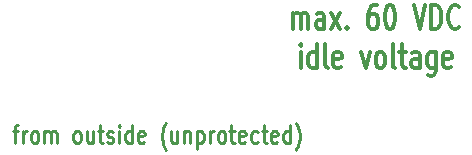
<source format=gto>
G04 #@! TF.GenerationSoftware,KiCad,Pcbnew,5.1.5-1.fc31*
G04 #@! TF.CreationDate,2020-04-27T22:00:39+02:00*
G04 #@! TF.ProjectId,vdsl-surge-protection-copy,7664736c-2d73-4757-9267-652d70726f74,rev?*
G04 #@! TF.SameCoordinates,Original*
G04 #@! TF.FileFunction,Legend,Top*
G04 #@! TF.FilePolarity,Positive*
%FSLAX46Y46*%
G04 Gerber Fmt 4.6, Leading zero omitted, Abs format (unit mm)*
G04 Created by KiCad (PCBNEW 5.1.5-1.fc31) date 2020-04-27 22:00:39*
%MOMM*%
%LPD*%
G04 APERTURE LIST*
%ADD10C,0.300000*%
%ADD11C,0.250000*%
G04 APERTURE END LIST*
D10*
X211500000Y-75254761D02*
X211500000Y-73921428D01*
X211500000Y-74111904D02*
X211571428Y-74016666D01*
X211714285Y-73921428D01*
X211928571Y-73921428D01*
X212071428Y-74016666D01*
X212142857Y-74207142D01*
X212142857Y-75254761D01*
X212142857Y-74207142D02*
X212214285Y-74016666D01*
X212357142Y-73921428D01*
X212571428Y-73921428D01*
X212714285Y-74016666D01*
X212785714Y-74207142D01*
X212785714Y-75254761D01*
X214142857Y-75254761D02*
X214142857Y-74207142D01*
X214071428Y-74016666D01*
X213928571Y-73921428D01*
X213642857Y-73921428D01*
X213500000Y-74016666D01*
X214142857Y-75159523D02*
X214000000Y-75254761D01*
X213642857Y-75254761D01*
X213500000Y-75159523D01*
X213428571Y-74969047D01*
X213428571Y-74778571D01*
X213500000Y-74588095D01*
X213642857Y-74492857D01*
X214000000Y-74492857D01*
X214142857Y-74397619D01*
X214714285Y-75254761D02*
X215500000Y-73921428D01*
X214714285Y-73921428D02*
X215500000Y-75254761D01*
X216071428Y-75064285D02*
X216142857Y-75159523D01*
X216071428Y-75254761D01*
X216000000Y-75159523D01*
X216071428Y-75064285D01*
X216071428Y-75254761D01*
X218571428Y-73254761D02*
X218285714Y-73254761D01*
X218142857Y-73350000D01*
X218071428Y-73445238D01*
X217928571Y-73730952D01*
X217857142Y-74111904D01*
X217857142Y-74873809D01*
X217928571Y-75064285D01*
X218000000Y-75159523D01*
X218142857Y-75254761D01*
X218428571Y-75254761D01*
X218571428Y-75159523D01*
X218642857Y-75064285D01*
X218714285Y-74873809D01*
X218714285Y-74397619D01*
X218642857Y-74207142D01*
X218571428Y-74111904D01*
X218428571Y-74016666D01*
X218142857Y-74016666D01*
X218000000Y-74111904D01*
X217928571Y-74207142D01*
X217857142Y-74397619D01*
X219642857Y-73254761D02*
X219785714Y-73254761D01*
X219928571Y-73350000D01*
X220000000Y-73445238D01*
X220071428Y-73635714D01*
X220142857Y-74016666D01*
X220142857Y-74492857D01*
X220071428Y-74873809D01*
X220000000Y-75064285D01*
X219928571Y-75159523D01*
X219785714Y-75254761D01*
X219642857Y-75254761D01*
X219500000Y-75159523D01*
X219428571Y-75064285D01*
X219357142Y-74873809D01*
X219285714Y-74492857D01*
X219285714Y-74016666D01*
X219357142Y-73635714D01*
X219428571Y-73445238D01*
X219500000Y-73350000D01*
X219642857Y-73254761D01*
X221714285Y-73254761D02*
X222214285Y-75254761D01*
X222714285Y-73254761D01*
X223214285Y-75254761D02*
X223214285Y-73254761D01*
X223571428Y-73254761D01*
X223785714Y-73350000D01*
X223928571Y-73540476D01*
X224000000Y-73730952D01*
X224071428Y-74111904D01*
X224071428Y-74397619D01*
X224000000Y-74778571D01*
X223928571Y-74969047D01*
X223785714Y-75159523D01*
X223571428Y-75254761D01*
X223214285Y-75254761D01*
X225571428Y-75064285D02*
X225500000Y-75159523D01*
X225285714Y-75254761D01*
X225142857Y-75254761D01*
X224928571Y-75159523D01*
X224785714Y-74969047D01*
X224714285Y-74778571D01*
X224642857Y-74397619D01*
X224642857Y-74111904D01*
X224714285Y-73730952D01*
X224785714Y-73540476D01*
X224928571Y-73350000D01*
X225142857Y-73254761D01*
X225285714Y-73254761D01*
X225500000Y-73350000D01*
X225571428Y-73445238D01*
X212142857Y-78554761D02*
X212142857Y-77221428D01*
X212142857Y-76554761D02*
X212071428Y-76650000D01*
X212142857Y-76745238D01*
X212214285Y-76650000D01*
X212142857Y-76554761D01*
X212142857Y-76745238D01*
X213500000Y-78554761D02*
X213500000Y-76554761D01*
X213500000Y-78459523D02*
X213357142Y-78554761D01*
X213071428Y-78554761D01*
X212928571Y-78459523D01*
X212857142Y-78364285D01*
X212785714Y-78173809D01*
X212785714Y-77602380D01*
X212857142Y-77411904D01*
X212928571Y-77316666D01*
X213071428Y-77221428D01*
X213357142Y-77221428D01*
X213500000Y-77316666D01*
X214428571Y-78554761D02*
X214285714Y-78459523D01*
X214214285Y-78269047D01*
X214214285Y-76554761D01*
X215571428Y-78459523D02*
X215428571Y-78554761D01*
X215142857Y-78554761D01*
X215000000Y-78459523D01*
X214928571Y-78269047D01*
X214928571Y-77507142D01*
X215000000Y-77316666D01*
X215142857Y-77221428D01*
X215428571Y-77221428D01*
X215571428Y-77316666D01*
X215642857Y-77507142D01*
X215642857Y-77697619D01*
X214928571Y-77888095D01*
X217285714Y-77221428D02*
X217642857Y-78554761D01*
X218000000Y-77221428D01*
X218785714Y-78554761D02*
X218642857Y-78459523D01*
X218571428Y-78364285D01*
X218500000Y-78173809D01*
X218500000Y-77602380D01*
X218571428Y-77411904D01*
X218642857Y-77316666D01*
X218785714Y-77221428D01*
X219000000Y-77221428D01*
X219142857Y-77316666D01*
X219214285Y-77411904D01*
X219285714Y-77602380D01*
X219285714Y-78173809D01*
X219214285Y-78364285D01*
X219142857Y-78459523D01*
X219000000Y-78554761D01*
X218785714Y-78554761D01*
X220142857Y-78554761D02*
X220000000Y-78459523D01*
X219928571Y-78269047D01*
X219928571Y-76554761D01*
X220500000Y-77221428D02*
X221071428Y-77221428D01*
X220714285Y-76554761D02*
X220714285Y-78269047D01*
X220785714Y-78459523D01*
X220928571Y-78554761D01*
X221071428Y-78554761D01*
X222214285Y-78554761D02*
X222214285Y-77507142D01*
X222142857Y-77316666D01*
X222000000Y-77221428D01*
X221714285Y-77221428D01*
X221571428Y-77316666D01*
X222214285Y-78459523D02*
X222071428Y-78554761D01*
X221714285Y-78554761D01*
X221571428Y-78459523D01*
X221500000Y-78269047D01*
X221500000Y-78078571D01*
X221571428Y-77888095D01*
X221714285Y-77792857D01*
X222071428Y-77792857D01*
X222214285Y-77697619D01*
X223571428Y-77221428D02*
X223571428Y-78840476D01*
X223500000Y-79030952D01*
X223428571Y-79126190D01*
X223285714Y-79221428D01*
X223071428Y-79221428D01*
X222928571Y-79126190D01*
X223571428Y-78459523D02*
X223428571Y-78554761D01*
X223142857Y-78554761D01*
X223000000Y-78459523D01*
X222928571Y-78364285D01*
X222857142Y-78173809D01*
X222857142Y-77602380D01*
X222928571Y-77411904D01*
X223000000Y-77316666D01*
X223142857Y-77221428D01*
X223428571Y-77221428D01*
X223571428Y-77316666D01*
X224857142Y-78459523D02*
X224714285Y-78554761D01*
X224428571Y-78554761D01*
X224285714Y-78459523D01*
X224214285Y-78269047D01*
X224214285Y-77507142D01*
X224285714Y-77316666D01*
X224428571Y-77221428D01*
X224714285Y-77221428D01*
X224857142Y-77316666D01*
X224928571Y-77507142D01*
X224928571Y-77697619D01*
X224214285Y-77888095D01*
D11*
X187771428Y-83928571D02*
X188228571Y-83928571D01*
X187942857Y-84928571D02*
X187942857Y-83642857D01*
X188000000Y-83500000D01*
X188114285Y-83428571D01*
X188228571Y-83428571D01*
X188628571Y-84928571D02*
X188628571Y-83928571D01*
X188628571Y-84214285D02*
X188685714Y-84071428D01*
X188742857Y-84000000D01*
X188857142Y-83928571D01*
X188971428Y-83928571D01*
X189542857Y-84928571D02*
X189428571Y-84857142D01*
X189371428Y-84785714D01*
X189314285Y-84642857D01*
X189314285Y-84214285D01*
X189371428Y-84071428D01*
X189428571Y-84000000D01*
X189542857Y-83928571D01*
X189714285Y-83928571D01*
X189828571Y-84000000D01*
X189885714Y-84071428D01*
X189942857Y-84214285D01*
X189942857Y-84642857D01*
X189885714Y-84785714D01*
X189828571Y-84857142D01*
X189714285Y-84928571D01*
X189542857Y-84928571D01*
X190457142Y-84928571D02*
X190457142Y-83928571D01*
X190457142Y-84071428D02*
X190514285Y-84000000D01*
X190628571Y-83928571D01*
X190800000Y-83928571D01*
X190914285Y-84000000D01*
X190971428Y-84142857D01*
X190971428Y-84928571D01*
X190971428Y-84142857D02*
X191028571Y-84000000D01*
X191142857Y-83928571D01*
X191314285Y-83928571D01*
X191428571Y-84000000D01*
X191485714Y-84142857D01*
X191485714Y-84928571D01*
X193142857Y-84928571D02*
X193028571Y-84857142D01*
X192971428Y-84785714D01*
X192914285Y-84642857D01*
X192914285Y-84214285D01*
X192971428Y-84071428D01*
X193028571Y-84000000D01*
X193142857Y-83928571D01*
X193314285Y-83928571D01*
X193428571Y-84000000D01*
X193485714Y-84071428D01*
X193542857Y-84214285D01*
X193542857Y-84642857D01*
X193485714Y-84785714D01*
X193428571Y-84857142D01*
X193314285Y-84928571D01*
X193142857Y-84928571D01*
X194571428Y-83928571D02*
X194571428Y-84928571D01*
X194057142Y-83928571D02*
X194057142Y-84714285D01*
X194114285Y-84857142D01*
X194228571Y-84928571D01*
X194400000Y-84928571D01*
X194514285Y-84857142D01*
X194571428Y-84785714D01*
X194971428Y-83928571D02*
X195428571Y-83928571D01*
X195142857Y-83428571D02*
X195142857Y-84714285D01*
X195200000Y-84857142D01*
X195314285Y-84928571D01*
X195428571Y-84928571D01*
X195771428Y-84857142D02*
X195885714Y-84928571D01*
X196114285Y-84928571D01*
X196228571Y-84857142D01*
X196285714Y-84714285D01*
X196285714Y-84642857D01*
X196228571Y-84500000D01*
X196114285Y-84428571D01*
X195942857Y-84428571D01*
X195828571Y-84357142D01*
X195771428Y-84214285D01*
X195771428Y-84142857D01*
X195828571Y-84000000D01*
X195942857Y-83928571D01*
X196114285Y-83928571D01*
X196228571Y-84000000D01*
X196800000Y-84928571D02*
X196800000Y-83928571D01*
X196800000Y-83428571D02*
X196742857Y-83500000D01*
X196800000Y-83571428D01*
X196857142Y-83500000D01*
X196800000Y-83428571D01*
X196800000Y-83571428D01*
X197885714Y-84928571D02*
X197885714Y-83428571D01*
X197885714Y-84857142D02*
X197771428Y-84928571D01*
X197542857Y-84928571D01*
X197428571Y-84857142D01*
X197371428Y-84785714D01*
X197314285Y-84642857D01*
X197314285Y-84214285D01*
X197371428Y-84071428D01*
X197428571Y-84000000D01*
X197542857Y-83928571D01*
X197771428Y-83928571D01*
X197885714Y-84000000D01*
X198914285Y-84857142D02*
X198800000Y-84928571D01*
X198571428Y-84928571D01*
X198457142Y-84857142D01*
X198400000Y-84714285D01*
X198400000Y-84142857D01*
X198457142Y-84000000D01*
X198571428Y-83928571D01*
X198800000Y-83928571D01*
X198914285Y-84000000D01*
X198971428Y-84142857D01*
X198971428Y-84285714D01*
X198400000Y-84428571D01*
X200742857Y-85500000D02*
X200685714Y-85428571D01*
X200571428Y-85214285D01*
X200514285Y-85071428D01*
X200457142Y-84857142D01*
X200400000Y-84500000D01*
X200400000Y-84214285D01*
X200457142Y-83857142D01*
X200514285Y-83642857D01*
X200571428Y-83500000D01*
X200685714Y-83285714D01*
X200742857Y-83214285D01*
X201714285Y-83928571D02*
X201714285Y-84928571D01*
X201200000Y-83928571D02*
X201200000Y-84714285D01*
X201257142Y-84857142D01*
X201371428Y-84928571D01*
X201542857Y-84928571D01*
X201657142Y-84857142D01*
X201714285Y-84785714D01*
X202285714Y-83928571D02*
X202285714Y-84928571D01*
X202285714Y-84071428D02*
X202342857Y-84000000D01*
X202457142Y-83928571D01*
X202628571Y-83928571D01*
X202742857Y-84000000D01*
X202800000Y-84142857D01*
X202800000Y-84928571D01*
X203371428Y-83928571D02*
X203371428Y-85428571D01*
X203371428Y-84000000D02*
X203485714Y-83928571D01*
X203714285Y-83928571D01*
X203828571Y-84000000D01*
X203885714Y-84071428D01*
X203942857Y-84214285D01*
X203942857Y-84642857D01*
X203885714Y-84785714D01*
X203828571Y-84857142D01*
X203714285Y-84928571D01*
X203485714Y-84928571D01*
X203371428Y-84857142D01*
X204457142Y-84928571D02*
X204457142Y-83928571D01*
X204457142Y-84214285D02*
X204514285Y-84071428D01*
X204571428Y-84000000D01*
X204685714Y-83928571D01*
X204800000Y-83928571D01*
X205371428Y-84928571D02*
X205257142Y-84857142D01*
X205200000Y-84785714D01*
X205142857Y-84642857D01*
X205142857Y-84214285D01*
X205200000Y-84071428D01*
X205257142Y-84000000D01*
X205371428Y-83928571D01*
X205542857Y-83928571D01*
X205657142Y-84000000D01*
X205714285Y-84071428D01*
X205771428Y-84214285D01*
X205771428Y-84642857D01*
X205714285Y-84785714D01*
X205657142Y-84857142D01*
X205542857Y-84928571D01*
X205371428Y-84928571D01*
X206114285Y-83928571D02*
X206571428Y-83928571D01*
X206285714Y-83428571D02*
X206285714Y-84714285D01*
X206342857Y-84857142D01*
X206457142Y-84928571D01*
X206571428Y-84928571D01*
X207428571Y-84857142D02*
X207314285Y-84928571D01*
X207085714Y-84928571D01*
X206971428Y-84857142D01*
X206914285Y-84714285D01*
X206914285Y-84142857D01*
X206971428Y-84000000D01*
X207085714Y-83928571D01*
X207314285Y-83928571D01*
X207428571Y-84000000D01*
X207485714Y-84142857D01*
X207485714Y-84285714D01*
X206914285Y-84428571D01*
X208514285Y-84857142D02*
X208400000Y-84928571D01*
X208171428Y-84928571D01*
X208057142Y-84857142D01*
X208000000Y-84785714D01*
X207942857Y-84642857D01*
X207942857Y-84214285D01*
X208000000Y-84071428D01*
X208057142Y-84000000D01*
X208171428Y-83928571D01*
X208400000Y-83928571D01*
X208514285Y-84000000D01*
X208857142Y-83928571D02*
X209314285Y-83928571D01*
X209028571Y-83428571D02*
X209028571Y-84714285D01*
X209085714Y-84857142D01*
X209200000Y-84928571D01*
X209314285Y-84928571D01*
X210171428Y-84857142D02*
X210057142Y-84928571D01*
X209828571Y-84928571D01*
X209714285Y-84857142D01*
X209657142Y-84714285D01*
X209657142Y-84142857D01*
X209714285Y-84000000D01*
X209828571Y-83928571D01*
X210057142Y-83928571D01*
X210171428Y-84000000D01*
X210228571Y-84142857D01*
X210228571Y-84285714D01*
X209657142Y-84428571D01*
X211257142Y-84928571D02*
X211257142Y-83428571D01*
X211257142Y-84857142D02*
X211142857Y-84928571D01*
X210914285Y-84928571D01*
X210800000Y-84857142D01*
X210742857Y-84785714D01*
X210685714Y-84642857D01*
X210685714Y-84214285D01*
X210742857Y-84071428D01*
X210800000Y-84000000D01*
X210914285Y-83928571D01*
X211142857Y-83928571D01*
X211257142Y-84000000D01*
X211714285Y-85500000D02*
X211771428Y-85428571D01*
X211885714Y-85214285D01*
X211942857Y-85071428D01*
X212000000Y-84857142D01*
X212057142Y-84500000D01*
X212057142Y-84214285D01*
X212000000Y-83857142D01*
X211942857Y-83642857D01*
X211885714Y-83500000D01*
X211771428Y-83285714D01*
X211714285Y-83214285D01*
%LPC*%
M02*

</source>
